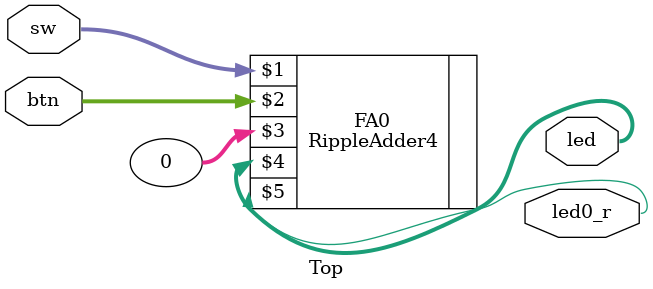
<source format=sv>
`timescale 1ns / 1ps
module Top(
    input [3:0]sw
    ,input [3:0]btn
    ,output [3:0]led
    ,output led0_r
    ); 
    
    parameter carryIn = 'b0;
    RippleAdder4 FA0(sw[3:0], btn[3:0], carryIn, led[3:0], led0_r);
    
endmodule

</source>
